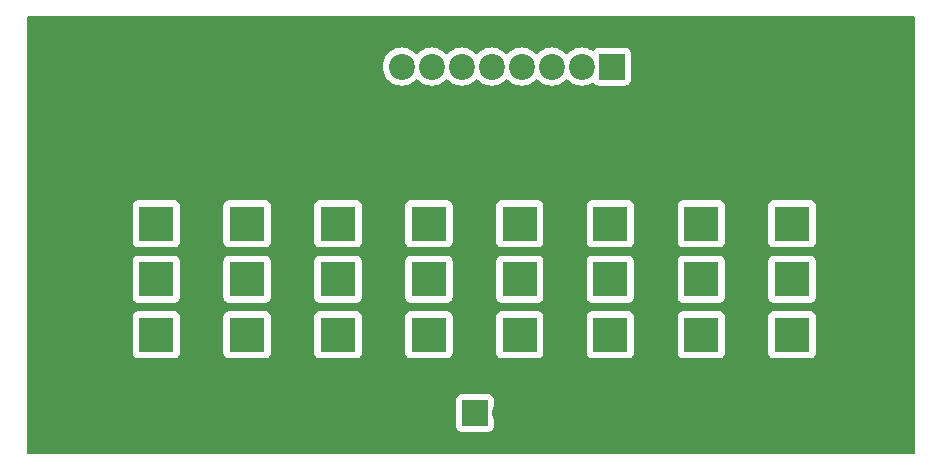
<source format=gbl>
G04 #@! TF.GenerationSoftware,KiCad,Pcbnew,(6.0.7)*
G04 #@! TF.CreationDate,2023-06-27T12:53:43-07:00*
G04 #@! TF.ProjectId,Power Supply Board Ground Systems,506f7765-7220-4537-9570-706c7920426f,rev?*
G04 #@! TF.SameCoordinates,Original*
G04 #@! TF.FileFunction,Copper,L2,Bot*
G04 #@! TF.FilePolarity,Positive*
%FSLAX46Y46*%
G04 Gerber Fmt 4.6, Leading zero omitted, Abs format (unit mm)*
G04 Created by KiCad (PCBNEW (6.0.7)) date 2023-06-27 12:53:43*
%MOMM*%
%LPD*%
G01*
G04 APERTURE LIST*
G04 #@! TA.AperFunction,ComponentPad*
%ADD10R,3.000000X3.000000*%
G04 #@! TD*
G04 #@! TA.AperFunction,ConnectorPad*
%ADD11C,6.400000*%
G04 #@! TD*
G04 #@! TA.AperFunction,ComponentPad*
%ADD12C,3.600000*%
G04 #@! TD*
G04 #@! TA.AperFunction,ComponentPad*
%ADD13R,2.200000X2.200000*%
G04 #@! TD*
G04 #@! TA.AperFunction,ComponentPad*
%ADD14C,2.200000*%
G04 #@! TD*
G04 #@! TA.AperFunction,ViaPad*
%ADD15C,0.800000*%
G04 #@! TD*
G04 APERTURE END LIST*
D10*
X44536342Y-43490000D03*
X44536342Y-48190000D03*
X44536342Y-52890000D03*
X75292110Y-43490000D03*
X75292110Y-48190000D03*
X75292110Y-52890000D03*
X52225284Y-43490000D03*
X52225284Y-48190000D03*
X52225284Y-52890000D03*
X36847400Y-43490000D03*
X36847400Y-48190000D03*
X36847400Y-52890000D03*
D11*
X96520000Y-57150000D03*
D12*
X96520000Y-57150000D03*
D13*
X75410000Y-30180000D03*
D14*
X72870000Y-30180000D03*
X70330000Y-30180000D03*
X67790000Y-30180000D03*
X65250000Y-30180000D03*
X62710000Y-30180000D03*
X60170000Y-30180000D03*
X57630000Y-30180000D03*
D13*
X63840000Y-59500000D03*
D14*
X66380000Y-59500000D03*
D12*
X30480000Y-57150000D03*
D11*
X30480000Y-57150000D03*
D10*
X90670000Y-43490000D03*
X90670000Y-48190000D03*
X90670000Y-52890000D03*
D11*
X96520000Y-31750000D03*
D12*
X96520000Y-31750000D03*
D10*
X82981052Y-43490000D03*
X82981052Y-48190000D03*
X82981052Y-52890000D03*
X67603168Y-43490000D03*
X67603168Y-48190000D03*
X67603168Y-52890000D03*
X59914226Y-43490000D03*
X59914226Y-48190000D03*
X59914226Y-52890000D03*
D11*
X30480000Y-31750000D03*
D12*
X30480000Y-31750000D03*
D15*
X44529084Y-34677200D03*
X54701252Y-59570000D03*
X75288484Y-34677200D03*
X52225284Y-34677200D03*
X83010084Y-34677200D03*
X59896084Y-34677200D03*
X67592284Y-34677200D03*
X36832884Y-34677200D03*
X90706284Y-34677200D03*
G04 #@! TA.AperFunction,Conductor*
G36*
X101033621Y-25928502D02*
G01*
X101080114Y-25982158D01*
X101091500Y-26034500D01*
X101091500Y-62865500D01*
X101071498Y-62933621D01*
X101017842Y-62980114D01*
X100965500Y-62991500D01*
X26034500Y-62991500D01*
X25966379Y-62971498D01*
X25919886Y-62917842D01*
X25908500Y-62865500D01*
X25908500Y-60648134D01*
X62231500Y-60648134D01*
X62238255Y-60710316D01*
X62289385Y-60846705D01*
X62376739Y-60963261D01*
X62493295Y-61050615D01*
X62629684Y-61101745D01*
X62691866Y-61108500D01*
X64988134Y-61108500D01*
X65050316Y-61101745D01*
X65186705Y-61050615D01*
X65303261Y-60963261D01*
X65390615Y-60846705D01*
X65441745Y-60710316D01*
X65448500Y-60648134D01*
X65448500Y-58351866D01*
X65441745Y-58289684D01*
X65390615Y-58153295D01*
X65303261Y-58036739D01*
X65186705Y-57949385D01*
X65050316Y-57898255D01*
X64988134Y-57891500D01*
X62691866Y-57891500D01*
X62629684Y-57898255D01*
X62493295Y-57949385D01*
X62376739Y-58036739D01*
X62289385Y-58153295D01*
X62238255Y-58289684D01*
X62231500Y-58351866D01*
X62231500Y-60648134D01*
X25908500Y-60648134D01*
X25908500Y-54438134D01*
X34838900Y-54438134D01*
X34845655Y-54500316D01*
X34896785Y-54636705D01*
X34984139Y-54753261D01*
X35100695Y-54840615D01*
X35237084Y-54891745D01*
X35299266Y-54898500D01*
X38395534Y-54898500D01*
X38457716Y-54891745D01*
X38594105Y-54840615D01*
X38710661Y-54753261D01*
X38798015Y-54636705D01*
X38849145Y-54500316D01*
X38855900Y-54438134D01*
X42527842Y-54438134D01*
X42534597Y-54500316D01*
X42585727Y-54636705D01*
X42673081Y-54753261D01*
X42789637Y-54840615D01*
X42926026Y-54891745D01*
X42988208Y-54898500D01*
X46084476Y-54898500D01*
X46146658Y-54891745D01*
X46283047Y-54840615D01*
X46399603Y-54753261D01*
X46486957Y-54636705D01*
X46538087Y-54500316D01*
X46544842Y-54438134D01*
X50216784Y-54438134D01*
X50223539Y-54500316D01*
X50274669Y-54636705D01*
X50362023Y-54753261D01*
X50478579Y-54840615D01*
X50614968Y-54891745D01*
X50677150Y-54898500D01*
X53773418Y-54898500D01*
X53835600Y-54891745D01*
X53971989Y-54840615D01*
X54088545Y-54753261D01*
X54175899Y-54636705D01*
X54227029Y-54500316D01*
X54233784Y-54438134D01*
X57905726Y-54438134D01*
X57912481Y-54500316D01*
X57963611Y-54636705D01*
X58050965Y-54753261D01*
X58167521Y-54840615D01*
X58303910Y-54891745D01*
X58366092Y-54898500D01*
X61462360Y-54898500D01*
X61524542Y-54891745D01*
X61660931Y-54840615D01*
X61777487Y-54753261D01*
X61864841Y-54636705D01*
X61915971Y-54500316D01*
X61922726Y-54438134D01*
X65594668Y-54438134D01*
X65601423Y-54500316D01*
X65652553Y-54636705D01*
X65739907Y-54753261D01*
X65856463Y-54840615D01*
X65992852Y-54891745D01*
X66055034Y-54898500D01*
X69151302Y-54898500D01*
X69213484Y-54891745D01*
X69349873Y-54840615D01*
X69466429Y-54753261D01*
X69553783Y-54636705D01*
X69604913Y-54500316D01*
X69611668Y-54438134D01*
X73283610Y-54438134D01*
X73290365Y-54500316D01*
X73341495Y-54636705D01*
X73428849Y-54753261D01*
X73545405Y-54840615D01*
X73681794Y-54891745D01*
X73743976Y-54898500D01*
X76840244Y-54898500D01*
X76902426Y-54891745D01*
X77038815Y-54840615D01*
X77155371Y-54753261D01*
X77242725Y-54636705D01*
X77293855Y-54500316D01*
X77300610Y-54438134D01*
X80972552Y-54438134D01*
X80979307Y-54500316D01*
X81030437Y-54636705D01*
X81117791Y-54753261D01*
X81234347Y-54840615D01*
X81370736Y-54891745D01*
X81432918Y-54898500D01*
X84529186Y-54898500D01*
X84591368Y-54891745D01*
X84727757Y-54840615D01*
X84844313Y-54753261D01*
X84931667Y-54636705D01*
X84982797Y-54500316D01*
X84989552Y-54438134D01*
X88661500Y-54438134D01*
X88668255Y-54500316D01*
X88719385Y-54636705D01*
X88806739Y-54753261D01*
X88923295Y-54840615D01*
X89059684Y-54891745D01*
X89121866Y-54898500D01*
X92218134Y-54898500D01*
X92280316Y-54891745D01*
X92416705Y-54840615D01*
X92533261Y-54753261D01*
X92620615Y-54636705D01*
X92671745Y-54500316D01*
X92678500Y-54438134D01*
X92678500Y-51341866D01*
X92671745Y-51279684D01*
X92620615Y-51143295D01*
X92533261Y-51026739D01*
X92416705Y-50939385D01*
X92280316Y-50888255D01*
X92218134Y-50881500D01*
X89121866Y-50881500D01*
X89059684Y-50888255D01*
X88923295Y-50939385D01*
X88806739Y-51026739D01*
X88719385Y-51143295D01*
X88668255Y-51279684D01*
X88661500Y-51341866D01*
X88661500Y-54438134D01*
X84989552Y-54438134D01*
X84989552Y-51341866D01*
X84982797Y-51279684D01*
X84931667Y-51143295D01*
X84844313Y-51026739D01*
X84727757Y-50939385D01*
X84591368Y-50888255D01*
X84529186Y-50881500D01*
X81432918Y-50881500D01*
X81370736Y-50888255D01*
X81234347Y-50939385D01*
X81117791Y-51026739D01*
X81030437Y-51143295D01*
X80979307Y-51279684D01*
X80972552Y-51341866D01*
X80972552Y-54438134D01*
X77300610Y-54438134D01*
X77300610Y-51341866D01*
X77293855Y-51279684D01*
X77242725Y-51143295D01*
X77155371Y-51026739D01*
X77038815Y-50939385D01*
X76902426Y-50888255D01*
X76840244Y-50881500D01*
X73743976Y-50881500D01*
X73681794Y-50888255D01*
X73545405Y-50939385D01*
X73428849Y-51026739D01*
X73341495Y-51143295D01*
X73290365Y-51279684D01*
X73283610Y-51341866D01*
X73283610Y-54438134D01*
X69611668Y-54438134D01*
X69611668Y-51341866D01*
X69604913Y-51279684D01*
X69553783Y-51143295D01*
X69466429Y-51026739D01*
X69349873Y-50939385D01*
X69213484Y-50888255D01*
X69151302Y-50881500D01*
X66055034Y-50881500D01*
X65992852Y-50888255D01*
X65856463Y-50939385D01*
X65739907Y-51026739D01*
X65652553Y-51143295D01*
X65601423Y-51279684D01*
X65594668Y-51341866D01*
X65594668Y-54438134D01*
X61922726Y-54438134D01*
X61922726Y-51341866D01*
X61915971Y-51279684D01*
X61864841Y-51143295D01*
X61777487Y-51026739D01*
X61660931Y-50939385D01*
X61524542Y-50888255D01*
X61462360Y-50881500D01*
X58366092Y-50881500D01*
X58303910Y-50888255D01*
X58167521Y-50939385D01*
X58050965Y-51026739D01*
X57963611Y-51143295D01*
X57912481Y-51279684D01*
X57905726Y-51341866D01*
X57905726Y-54438134D01*
X54233784Y-54438134D01*
X54233784Y-51341866D01*
X54227029Y-51279684D01*
X54175899Y-51143295D01*
X54088545Y-51026739D01*
X53971989Y-50939385D01*
X53835600Y-50888255D01*
X53773418Y-50881500D01*
X50677150Y-50881500D01*
X50614968Y-50888255D01*
X50478579Y-50939385D01*
X50362023Y-51026739D01*
X50274669Y-51143295D01*
X50223539Y-51279684D01*
X50216784Y-51341866D01*
X50216784Y-54438134D01*
X46544842Y-54438134D01*
X46544842Y-51341866D01*
X46538087Y-51279684D01*
X46486957Y-51143295D01*
X46399603Y-51026739D01*
X46283047Y-50939385D01*
X46146658Y-50888255D01*
X46084476Y-50881500D01*
X42988208Y-50881500D01*
X42926026Y-50888255D01*
X42789637Y-50939385D01*
X42673081Y-51026739D01*
X42585727Y-51143295D01*
X42534597Y-51279684D01*
X42527842Y-51341866D01*
X42527842Y-54438134D01*
X38855900Y-54438134D01*
X38855900Y-51341866D01*
X38849145Y-51279684D01*
X38798015Y-51143295D01*
X38710661Y-51026739D01*
X38594105Y-50939385D01*
X38457716Y-50888255D01*
X38395534Y-50881500D01*
X35299266Y-50881500D01*
X35237084Y-50888255D01*
X35100695Y-50939385D01*
X34984139Y-51026739D01*
X34896785Y-51143295D01*
X34845655Y-51279684D01*
X34838900Y-51341866D01*
X34838900Y-54438134D01*
X25908500Y-54438134D01*
X25908500Y-49738134D01*
X34838900Y-49738134D01*
X34845655Y-49800316D01*
X34896785Y-49936705D01*
X34984139Y-50053261D01*
X35100695Y-50140615D01*
X35237084Y-50191745D01*
X35299266Y-50198500D01*
X38395534Y-50198500D01*
X38457716Y-50191745D01*
X38594105Y-50140615D01*
X38710661Y-50053261D01*
X38798015Y-49936705D01*
X38849145Y-49800316D01*
X38855900Y-49738134D01*
X42527842Y-49738134D01*
X42534597Y-49800316D01*
X42585727Y-49936705D01*
X42673081Y-50053261D01*
X42789637Y-50140615D01*
X42926026Y-50191745D01*
X42988208Y-50198500D01*
X46084476Y-50198500D01*
X46146658Y-50191745D01*
X46283047Y-50140615D01*
X46399603Y-50053261D01*
X46486957Y-49936705D01*
X46538087Y-49800316D01*
X46544842Y-49738134D01*
X50216784Y-49738134D01*
X50223539Y-49800316D01*
X50274669Y-49936705D01*
X50362023Y-50053261D01*
X50478579Y-50140615D01*
X50614968Y-50191745D01*
X50677150Y-50198500D01*
X53773418Y-50198500D01*
X53835600Y-50191745D01*
X53971989Y-50140615D01*
X54088545Y-50053261D01*
X54175899Y-49936705D01*
X54227029Y-49800316D01*
X54233784Y-49738134D01*
X57905726Y-49738134D01*
X57912481Y-49800316D01*
X57963611Y-49936705D01*
X58050965Y-50053261D01*
X58167521Y-50140615D01*
X58303910Y-50191745D01*
X58366092Y-50198500D01*
X61462360Y-50198500D01*
X61524542Y-50191745D01*
X61660931Y-50140615D01*
X61777487Y-50053261D01*
X61864841Y-49936705D01*
X61915971Y-49800316D01*
X61922726Y-49738134D01*
X65594668Y-49738134D01*
X65601423Y-49800316D01*
X65652553Y-49936705D01*
X65739907Y-50053261D01*
X65856463Y-50140615D01*
X65992852Y-50191745D01*
X66055034Y-50198500D01*
X69151302Y-50198500D01*
X69213484Y-50191745D01*
X69349873Y-50140615D01*
X69466429Y-50053261D01*
X69553783Y-49936705D01*
X69604913Y-49800316D01*
X69611668Y-49738134D01*
X73283610Y-49738134D01*
X73290365Y-49800316D01*
X73341495Y-49936705D01*
X73428849Y-50053261D01*
X73545405Y-50140615D01*
X73681794Y-50191745D01*
X73743976Y-50198500D01*
X76840244Y-50198500D01*
X76902426Y-50191745D01*
X77038815Y-50140615D01*
X77155371Y-50053261D01*
X77242725Y-49936705D01*
X77293855Y-49800316D01*
X77300610Y-49738134D01*
X80972552Y-49738134D01*
X80979307Y-49800316D01*
X81030437Y-49936705D01*
X81117791Y-50053261D01*
X81234347Y-50140615D01*
X81370736Y-50191745D01*
X81432918Y-50198500D01*
X84529186Y-50198500D01*
X84591368Y-50191745D01*
X84727757Y-50140615D01*
X84844313Y-50053261D01*
X84931667Y-49936705D01*
X84982797Y-49800316D01*
X84989552Y-49738134D01*
X88661500Y-49738134D01*
X88668255Y-49800316D01*
X88719385Y-49936705D01*
X88806739Y-50053261D01*
X88923295Y-50140615D01*
X89059684Y-50191745D01*
X89121866Y-50198500D01*
X92218134Y-50198500D01*
X92280316Y-50191745D01*
X92416705Y-50140615D01*
X92533261Y-50053261D01*
X92620615Y-49936705D01*
X92671745Y-49800316D01*
X92678500Y-49738134D01*
X92678500Y-46641866D01*
X92671745Y-46579684D01*
X92620615Y-46443295D01*
X92533261Y-46326739D01*
X92416705Y-46239385D01*
X92280316Y-46188255D01*
X92218134Y-46181500D01*
X89121866Y-46181500D01*
X89059684Y-46188255D01*
X88923295Y-46239385D01*
X88806739Y-46326739D01*
X88719385Y-46443295D01*
X88668255Y-46579684D01*
X88661500Y-46641866D01*
X88661500Y-49738134D01*
X84989552Y-49738134D01*
X84989552Y-46641866D01*
X84982797Y-46579684D01*
X84931667Y-46443295D01*
X84844313Y-46326739D01*
X84727757Y-46239385D01*
X84591368Y-46188255D01*
X84529186Y-46181500D01*
X81432918Y-46181500D01*
X81370736Y-46188255D01*
X81234347Y-46239385D01*
X81117791Y-46326739D01*
X81030437Y-46443295D01*
X80979307Y-46579684D01*
X80972552Y-46641866D01*
X80972552Y-49738134D01*
X77300610Y-49738134D01*
X77300610Y-46641866D01*
X77293855Y-46579684D01*
X77242725Y-46443295D01*
X77155371Y-46326739D01*
X77038815Y-46239385D01*
X76902426Y-46188255D01*
X76840244Y-46181500D01*
X73743976Y-46181500D01*
X73681794Y-46188255D01*
X73545405Y-46239385D01*
X73428849Y-46326739D01*
X73341495Y-46443295D01*
X73290365Y-46579684D01*
X73283610Y-46641866D01*
X73283610Y-49738134D01*
X69611668Y-49738134D01*
X69611668Y-46641866D01*
X69604913Y-46579684D01*
X69553783Y-46443295D01*
X69466429Y-46326739D01*
X69349873Y-46239385D01*
X69213484Y-46188255D01*
X69151302Y-46181500D01*
X66055034Y-46181500D01*
X65992852Y-46188255D01*
X65856463Y-46239385D01*
X65739907Y-46326739D01*
X65652553Y-46443295D01*
X65601423Y-46579684D01*
X65594668Y-46641866D01*
X65594668Y-49738134D01*
X61922726Y-49738134D01*
X61922726Y-46641866D01*
X61915971Y-46579684D01*
X61864841Y-46443295D01*
X61777487Y-46326739D01*
X61660931Y-46239385D01*
X61524542Y-46188255D01*
X61462360Y-46181500D01*
X58366092Y-46181500D01*
X58303910Y-46188255D01*
X58167521Y-46239385D01*
X58050965Y-46326739D01*
X57963611Y-46443295D01*
X57912481Y-46579684D01*
X57905726Y-46641866D01*
X57905726Y-49738134D01*
X54233784Y-49738134D01*
X54233784Y-46641866D01*
X54227029Y-46579684D01*
X54175899Y-46443295D01*
X54088545Y-46326739D01*
X53971989Y-46239385D01*
X53835600Y-46188255D01*
X53773418Y-46181500D01*
X50677150Y-46181500D01*
X50614968Y-46188255D01*
X50478579Y-46239385D01*
X50362023Y-46326739D01*
X50274669Y-46443295D01*
X50223539Y-46579684D01*
X50216784Y-46641866D01*
X50216784Y-49738134D01*
X46544842Y-49738134D01*
X46544842Y-46641866D01*
X46538087Y-46579684D01*
X46486957Y-46443295D01*
X46399603Y-46326739D01*
X46283047Y-46239385D01*
X46146658Y-46188255D01*
X46084476Y-46181500D01*
X42988208Y-46181500D01*
X42926026Y-46188255D01*
X42789637Y-46239385D01*
X42673081Y-46326739D01*
X42585727Y-46443295D01*
X42534597Y-46579684D01*
X42527842Y-46641866D01*
X42527842Y-49738134D01*
X38855900Y-49738134D01*
X38855900Y-46641866D01*
X38849145Y-46579684D01*
X38798015Y-46443295D01*
X38710661Y-46326739D01*
X38594105Y-46239385D01*
X38457716Y-46188255D01*
X38395534Y-46181500D01*
X35299266Y-46181500D01*
X35237084Y-46188255D01*
X35100695Y-46239385D01*
X34984139Y-46326739D01*
X34896785Y-46443295D01*
X34845655Y-46579684D01*
X34838900Y-46641866D01*
X34838900Y-49738134D01*
X25908500Y-49738134D01*
X25908500Y-45038134D01*
X34838900Y-45038134D01*
X34845655Y-45100316D01*
X34896785Y-45236705D01*
X34984139Y-45353261D01*
X35100695Y-45440615D01*
X35237084Y-45491745D01*
X35299266Y-45498500D01*
X38395534Y-45498500D01*
X38457716Y-45491745D01*
X38594105Y-45440615D01*
X38710661Y-45353261D01*
X38798015Y-45236705D01*
X38849145Y-45100316D01*
X38855900Y-45038134D01*
X42527842Y-45038134D01*
X42534597Y-45100316D01*
X42585727Y-45236705D01*
X42673081Y-45353261D01*
X42789637Y-45440615D01*
X42926026Y-45491745D01*
X42988208Y-45498500D01*
X46084476Y-45498500D01*
X46146658Y-45491745D01*
X46283047Y-45440615D01*
X46399603Y-45353261D01*
X46486957Y-45236705D01*
X46538087Y-45100316D01*
X46544842Y-45038134D01*
X50216784Y-45038134D01*
X50223539Y-45100316D01*
X50274669Y-45236705D01*
X50362023Y-45353261D01*
X50478579Y-45440615D01*
X50614968Y-45491745D01*
X50677150Y-45498500D01*
X53773418Y-45498500D01*
X53835600Y-45491745D01*
X53971989Y-45440615D01*
X54088545Y-45353261D01*
X54175899Y-45236705D01*
X54227029Y-45100316D01*
X54233784Y-45038134D01*
X57905726Y-45038134D01*
X57912481Y-45100316D01*
X57963611Y-45236705D01*
X58050965Y-45353261D01*
X58167521Y-45440615D01*
X58303910Y-45491745D01*
X58366092Y-45498500D01*
X61462360Y-45498500D01*
X61524542Y-45491745D01*
X61660931Y-45440615D01*
X61777487Y-45353261D01*
X61864841Y-45236705D01*
X61915971Y-45100316D01*
X61922726Y-45038134D01*
X65594668Y-45038134D01*
X65601423Y-45100316D01*
X65652553Y-45236705D01*
X65739907Y-45353261D01*
X65856463Y-45440615D01*
X65992852Y-45491745D01*
X66055034Y-45498500D01*
X69151302Y-45498500D01*
X69213484Y-45491745D01*
X69349873Y-45440615D01*
X69466429Y-45353261D01*
X69553783Y-45236705D01*
X69604913Y-45100316D01*
X69611668Y-45038134D01*
X73283610Y-45038134D01*
X73290365Y-45100316D01*
X73341495Y-45236705D01*
X73428849Y-45353261D01*
X73545405Y-45440615D01*
X73681794Y-45491745D01*
X73743976Y-45498500D01*
X76840244Y-45498500D01*
X76902426Y-45491745D01*
X77038815Y-45440615D01*
X77155371Y-45353261D01*
X77242725Y-45236705D01*
X77293855Y-45100316D01*
X77300610Y-45038134D01*
X80972552Y-45038134D01*
X80979307Y-45100316D01*
X81030437Y-45236705D01*
X81117791Y-45353261D01*
X81234347Y-45440615D01*
X81370736Y-45491745D01*
X81432918Y-45498500D01*
X84529186Y-45498500D01*
X84591368Y-45491745D01*
X84727757Y-45440615D01*
X84844313Y-45353261D01*
X84931667Y-45236705D01*
X84982797Y-45100316D01*
X84989552Y-45038134D01*
X88661500Y-45038134D01*
X88668255Y-45100316D01*
X88719385Y-45236705D01*
X88806739Y-45353261D01*
X88923295Y-45440615D01*
X89059684Y-45491745D01*
X89121866Y-45498500D01*
X92218134Y-45498500D01*
X92280316Y-45491745D01*
X92416705Y-45440615D01*
X92533261Y-45353261D01*
X92620615Y-45236705D01*
X92671745Y-45100316D01*
X92678500Y-45038134D01*
X92678500Y-41941866D01*
X92671745Y-41879684D01*
X92620615Y-41743295D01*
X92533261Y-41626739D01*
X92416705Y-41539385D01*
X92280316Y-41488255D01*
X92218134Y-41481500D01*
X89121866Y-41481500D01*
X89059684Y-41488255D01*
X88923295Y-41539385D01*
X88806739Y-41626739D01*
X88719385Y-41743295D01*
X88668255Y-41879684D01*
X88661500Y-41941866D01*
X88661500Y-45038134D01*
X84989552Y-45038134D01*
X84989552Y-41941866D01*
X84982797Y-41879684D01*
X84931667Y-41743295D01*
X84844313Y-41626739D01*
X84727757Y-41539385D01*
X84591368Y-41488255D01*
X84529186Y-41481500D01*
X81432918Y-41481500D01*
X81370736Y-41488255D01*
X81234347Y-41539385D01*
X81117791Y-41626739D01*
X81030437Y-41743295D01*
X80979307Y-41879684D01*
X80972552Y-41941866D01*
X80972552Y-45038134D01*
X77300610Y-45038134D01*
X77300610Y-41941866D01*
X77293855Y-41879684D01*
X77242725Y-41743295D01*
X77155371Y-41626739D01*
X77038815Y-41539385D01*
X76902426Y-41488255D01*
X76840244Y-41481500D01*
X73743976Y-41481500D01*
X73681794Y-41488255D01*
X73545405Y-41539385D01*
X73428849Y-41626739D01*
X73341495Y-41743295D01*
X73290365Y-41879684D01*
X73283610Y-41941866D01*
X73283610Y-45038134D01*
X69611668Y-45038134D01*
X69611668Y-41941866D01*
X69604913Y-41879684D01*
X69553783Y-41743295D01*
X69466429Y-41626739D01*
X69349873Y-41539385D01*
X69213484Y-41488255D01*
X69151302Y-41481500D01*
X66055034Y-41481500D01*
X65992852Y-41488255D01*
X65856463Y-41539385D01*
X65739907Y-41626739D01*
X65652553Y-41743295D01*
X65601423Y-41879684D01*
X65594668Y-41941866D01*
X65594668Y-45038134D01*
X61922726Y-45038134D01*
X61922726Y-41941866D01*
X61915971Y-41879684D01*
X61864841Y-41743295D01*
X61777487Y-41626739D01*
X61660931Y-41539385D01*
X61524542Y-41488255D01*
X61462360Y-41481500D01*
X58366092Y-41481500D01*
X58303910Y-41488255D01*
X58167521Y-41539385D01*
X58050965Y-41626739D01*
X57963611Y-41743295D01*
X57912481Y-41879684D01*
X57905726Y-41941866D01*
X57905726Y-45038134D01*
X54233784Y-45038134D01*
X54233784Y-41941866D01*
X54227029Y-41879684D01*
X54175899Y-41743295D01*
X54088545Y-41626739D01*
X53971989Y-41539385D01*
X53835600Y-41488255D01*
X53773418Y-41481500D01*
X50677150Y-41481500D01*
X50614968Y-41488255D01*
X50478579Y-41539385D01*
X50362023Y-41626739D01*
X50274669Y-41743295D01*
X50223539Y-41879684D01*
X50216784Y-41941866D01*
X50216784Y-45038134D01*
X46544842Y-45038134D01*
X46544842Y-41941866D01*
X46538087Y-41879684D01*
X46486957Y-41743295D01*
X46399603Y-41626739D01*
X46283047Y-41539385D01*
X46146658Y-41488255D01*
X46084476Y-41481500D01*
X42988208Y-41481500D01*
X42926026Y-41488255D01*
X42789637Y-41539385D01*
X42673081Y-41626739D01*
X42585727Y-41743295D01*
X42534597Y-41879684D01*
X42527842Y-41941866D01*
X42527842Y-45038134D01*
X38855900Y-45038134D01*
X38855900Y-41941866D01*
X38849145Y-41879684D01*
X38798015Y-41743295D01*
X38710661Y-41626739D01*
X38594105Y-41539385D01*
X38457716Y-41488255D01*
X38395534Y-41481500D01*
X35299266Y-41481500D01*
X35237084Y-41488255D01*
X35100695Y-41539385D01*
X34984139Y-41626739D01*
X34896785Y-41743295D01*
X34845655Y-41879684D01*
X34838900Y-41941866D01*
X34838900Y-45038134D01*
X25908500Y-45038134D01*
X25908500Y-30180000D01*
X56016526Y-30180000D01*
X56036391Y-30432403D01*
X56095495Y-30678591D01*
X56192384Y-30912502D01*
X56324672Y-31128376D01*
X56489102Y-31320898D01*
X56681624Y-31485328D01*
X56897498Y-31617616D01*
X56902068Y-31619509D01*
X56902072Y-31619511D01*
X56972401Y-31648642D01*
X57131409Y-31714505D01*
X57198513Y-31730615D01*
X57372784Y-31772454D01*
X57372790Y-31772455D01*
X57377597Y-31773609D01*
X57630000Y-31793474D01*
X57882403Y-31773609D01*
X57887210Y-31772455D01*
X57887216Y-31772454D01*
X58061487Y-31730615D01*
X58128591Y-31714505D01*
X58287599Y-31648642D01*
X58357928Y-31619511D01*
X58357932Y-31619509D01*
X58362502Y-31617616D01*
X58578376Y-31485328D01*
X58770898Y-31320898D01*
X58774106Y-31317142D01*
X58774113Y-31317135D01*
X58804190Y-31281920D01*
X58863641Y-31243111D01*
X58934635Y-31242605D01*
X58995810Y-31281920D01*
X59025887Y-31317135D01*
X59025894Y-31317142D01*
X59029102Y-31320898D01*
X59221624Y-31485328D01*
X59437498Y-31617616D01*
X59442068Y-31619509D01*
X59442072Y-31619511D01*
X59512401Y-31648642D01*
X59671409Y-31714505D01*
X59738513Y-31730615D01*
X59912784Y-31772454D01*
X59912790Y-31772455D01*
X59917597Y-31773609D01*
X60170000Y-31793474D01*
X60422403Y-31773609D01*
X60427210Y-31772455D01*
X60427216Y-31772454D01*
X60601487Y-31730615D01*
X60668591Y-31714505D01*
X60827599Y-31648642D01*
X60897928Y-31619511D01*
X60897932Y-31619509D01*
X60902502Y-31617616D01*
X61118376Y-31485328D01*
X61310898Y-31320898D01*
X61314106Y-31317142D01*
X61314113Y-31317135D01*
X61344190Y-31281920D01*
X61403641Y-31243111D01*
X61474635Y-31242605D01*
X61535810Y-31281920D01*
X61565887Y-31317135D01*
X61565894Y-31317142D01*
X61569102Y-31320898D01*
X61761624Y-31485328D01*
X61977498Y-31617616D01*
X61982068Y-31619509D01*
X61982072Y-31619511D01*
X62052401Y-31648642D01*
X62211409Y-31714505D01*
X62278513Y-31730615D01*
X62452784Y-31772454D01*
X62452790Y-31772455D01*
X62457597Y-31773609D01*
X62710000Y-31793474D01*
X62962403Y-31773609D01*
X62967210Y-31772455D01*
X62967216Y-31772454D01*
X63141487Y-31730615D01*
X63208591Y-31714505D01*
X63367599Y-31648642D01*
X63437928Y-31619511D01*
X63437932Y-31619509D01*
X63442502Y-31617616D01*
X63658376Y-31485328D01*
X63850898Y-31320898D01*
X63854106Y-31317142D01*
X63854113Y-31317135D01*
X63884190Y-31281920D01*
X63943641Y-31243111D01*
X64014635Y-31242605D01*
X64075810Y-31281920D01*
X64105887Y-31317135D01*
X64105894Y-31317142D01*
X64109102Y-31320898D01*
X64301624Y-31485328D01*
X64517498Y-31617616D01*
X64522068Y-31619509D01*
X64522072Y-31619511D01*
X64592401Y-31648642D01*
X64751409Y-31714505D01*
X64818513Y-31730615D01*
X64992784Y-31772454D01*
X64992790Y-31772455D01*
X64997597Y-31773609D01*
X65250000Y-31793474D01*
X65502403Y-31773609D01*
X65507210Y-31772455D01*
X65507216Y-31772454D01*
X65681487Y-31730615D01*
X65748591Y-31714505D01*
X65907599Y-31648642D01*
X65977928Y-31619511D01*
X65977932Y-31619509D01*
X65982502Y-31617616D01*
X66198376Y-31485328D01*
X66390898Y-31320898D01*
X66394106Y-31317142D01*
X66394113Y-31317135D01*
X66424190Y-31281920D01*
X66483641Y-31243111D01*
X66554635Y-31242605D01*
X66615810Y-31281920D01*
X66645887Y-31317135D01*
X66645894Y-31317142D01*
X66649102Y-31320898D01*
X66841624Y-31485328D01*
X67057498Y-31617616D01*
X67062068Y-31619509D01*
X67062072Y-31619511D01*
X67132401Y-31648642D01*
X67291409Y-31714505D01*
X67358513Y-31730615D01*
X67532784Y-31772454D01*
X67532790Y-31772455D01*
X67537597Y-31773609D01*
X67790000Y-31793474D01*
X68042403Y-31773609D01*
X68047210Y-31772455D01*
X68047216Y-31772454D01*
X68221487Y-31730615D01*
X68288591Y-31714505D01*
X68447599Y-31648642D01*
X68517928Y-31619511D01*
X68517932Y-31619509D01*
X68522502Y-31617616D01*
X68738376Y-31485328D01*
X68930898Y-31320898D01*
X68934106Y-31317142D01*
X68934113Y-31317135D01*
X68964190Y-31281920D01*
X69023641Y-31243111D01*
X69094635Y-31242605D01*
X69155810Y-31281920D01*
X69185887Y-31317135D01*
X69185894Y-31317142D01*
X69189102Y-31320898D01*
X69381624Y-31485328D01*
X69597498Y-31617616D01*
X69602068Y-31619509D01*
X69602072Y-31619511D01*
X69672401Y-31648642D01*
X69831409Y-31714505D01*
X69898513Y-31730615D01*
X70072784Y-31772454D01*
X70072790Y-31772455D01*
X70077597Y-31773609D01*
X70330000Y-31793474D01*
X70582403Y-31773609D01*
X70587210Y-31772455D01*
X70587216Y-31772454D01*
X70761487Y-31730615D01*
X70828591Y-31714505D01*
X70987599Y-31648642D01*
X71057928Y-31619511D01*
X71057932Y-31619509D01*
X71062502Y-31617616D01*
X71278376Y-31485328D01*
X71470898Y-31320898D01*
X71474106Y-31317142D01*
X71474113Y-31317135D01*
X71504190Y-31281920D01*
X71563641Y-31243111D01*
X71634635Y-31242605D01*
X71695810Y-31281920D01*
X71725887Y-31317135D01*
X71725894Y-31317142D01*
X71729102Y-31320898D01*
X71921624Y-31485328D01*
X72137498Y-31617616D01*
X72142068Y-31619509D01*
X72142072Y-31619511D01*
X72212401Y-31648642D01*
X72371409Y-31714505D01*
X72438513Y-31730615D01*
X72612784Y-31772454D01*
X72612790Y-31772455D01*
X72617597Y-31773609D01*
X72870000Y-31793474D01*
X73122403Y-31773609D01*
X73127210Y-31772455D01*
X73127216Y-31772454D01*
X73301487Y-31730615D01*
X73368591Y-31714505D01*
X73527599Y-31648642D01*
X73597928Y-31619511D01*
X73597932Y-31619509D01*
X73602502Y-31617616D01*
X73727386Y-31541087D01*
X73795920Y-31522549D01*
X73863596Y-31544005D01*
X73894046Y-31572953D01*
X73946739Y-31643261D01*
X74063295Y-31730615D01*
X74199684Y-31781745D01*
X74261866Y-31788500D01*
X76558134Y-31788500D01*
X76620316Y-31781745D01*
X76756705Y-31730615D01*
X76873261Y-31643261D01*
X76960615Y-31526705D01*
X77011745Y-31390316D01*
X77018500Y-31328134D01*
X77018500Y-29031866D01*
X77011745Y-28969684D01*
X76960615Y-28833295D01*
X76873261Y-28716739D01*
X76756705Y-28629385D01*
X76620316Y-28578255D01*
X76558134Y-28571500D01*
X74261866Y-28571500D01*
X74199684Y-28578255D01*
X74063295Y-28629385D01*
X73946739Y-28716739D01*
X73894047Y-28787046D01*
X73837187Y-28829560D01*
X73766369Y-28834585D01*
X73727386Y-28818913D01*
X73606722Y-28744970D01*
X73602502Y-28742384D01*
X73597932Y-28740491D01*
X73597928Y-28740489D01*
X73373164Y-28647389D01*
X73373162Y-28647388D01*
X73368591Y-28645495D01*
X73283968Y-28625179D01*
X73127216Y-28587546D01*
X73127210Y-28587545D01*
X73122403Y-28586391D01*
X72870000Y-28566526D01*
X72617597Y-28586391D01*
X72612790Y-28587545D01*
X72612784Y-28587546D01*
X72456032Y-28625179D01*
X72371409Y-28645495D01*
X72366838Y-28647388D01*
X72366836Y-28647389D01*
X72142072Y-28740489D01*
X72142068Y-28740491D01*
X72137498Y-28742384D01*
X71921624Y-28874672D01*
X71729102Y-29039102D01*
X71725894Y-29042858D01*
X71725887Y-29042865D01*
X71695810Y-29078080D01*
X71636359Y-29116889D01*
X71565365Y-29117395D01*
X71504190Y-29078080D01*
X71474113Y-29042865D01*
X71474106Y-29042858D01*
X71470898Y-29039102D01*
X71278376Y-28874672D01*
X71062502Y-28742384D01*
X71057932Y-28740491D01*
X71057928Y-28740489D01*
X70833164Y-28647389D01*
X70833162Y-28647388D01*
X70828591Y-28645495D01*
X70743968Y-28625179D01*
X70587216Y-28587546D01*
X70587210Y-28587545D01*
X70582403Y-28586391D01*
X70330000Y-28566526D01*
X70077597Y-28586391D01*
X70072790Y-28587545D01*
X70072784Y-28587546D01*
X69916032Y-28625179D01*
X69831409Y-28645495D01*
X69826838Y-28647388D01*
X69826836Y-28647389D01*
X69602072Y-28740489D01*
X69602068Y-28740491D01*
X69597498Y-28742384D01*
X69381624Y-28874672D01*
X69189102Y-29039102D01*
X69185894Y-29042858D01*
X69185887Y-29042865D01*
X69155810Y-29078080D01*
X69096359Y-29116889D01*
X69025365Y-29117395D01*
X68964190Y-29078080D01*
X68934113Y-29042865D01*
X68934106Y-29042858D01*
X68930898Y-29039102D01*
X68738376Y-28874672D01*
X68522502Y-28742384D01*
X68517932Y-28740491D01*
X68517928Y-28740489D01*
X68293164Y-28647389D01*
X68293162Y-28647388D01*
X68288591Y-28645495D01*
X68203968Y-28625179D01*
X68047216Y-28587546D01*
X68047210Y-28587545D01*
X68042403Y-28586391D01*
X67790000Y-28566526D01*
X67537597Y-28586391D01*
X67532790Y-28587545D01*
X67532784Y-28587546D01*
X67376032Y-28625179D01*
X67291409Y-28645495D01*
X67286838Y-28647388D01*
X67286836Y-28647389D01*
X67062072Y-28740489D01*
X67062068Y-28740491D01*
X67057498Y-28742384D01*
X66841624Y-28874672D01*
X66649102Y-29039102D01*
X66645894Y-29042858D01*
X66645887Y-29042865D01*
X66615810Y-29078080D01*
X66556359Y-29116889D01*
X66485365Y-29117395D01*
X66424190Y-29078080D01*
X66394113Y-29042865D01*
X66394106Y-29042858D01*
X66390898Y-29039102D01*
X66198376Y-28874672D01*
X65982502Y-28742384D01*
X65977932Y-28740491D01*
X65977928Y-28740489D01*
X65753164Y-28647389D01*
X65753162Y-28647388D01*
X65748591Y-28645495D01*
X65663968Y-28625179D01*
X65507216Y-28587546D01*
X65507210Y-28587545D01*
X65502403Y-28586391D01*
X65250000Y-28566526D01*
X64997597Y-28586391D01*
X64992790Y-28587545D01*
X64992784Y-28587546D01*
X64836032Y-28625179D01*
X64751409Y-28645495D01*
X64746838Y-28647388D01*
X64746836Y-28647389D01*
X64522072Y-28740489D01*
X64522068Y-28740491D01*
X64517498Y-28742384D01*
X64301624Y-28874672D01*
X64109102Y-29039102D01*
X64105894Y-29042858D01*
X64105887Y-29042865D01*
X64075810Y-29078080D01*
X64016359Y-29116889D01*
X63945365Y-29117395D01*
X63884190Y-29078080D01*
X63854113Y-29042865D01*
X63854106Y-29042858D01*
X63850898Y-29039102D01*
X63658376Y-28874672D01*
X63442502Y-28742384D01*
X63437932Y-28740491D01*
X63437928Y-28740489D01*
X63213164Y-28647389D01*
X63213162Y-28647388D01*
X63208591Y-28645495D01*
X63123968Y-28625179D01*
X62967216Y-28587546D01*
X62967210Y-28587545D01*
X62962403Y-28586391D01*
X62710000Y-28566526D01*
X62457597Y-28586391D01*
X62452790Y-28587545D01*
X62452784Y-28587546D01*
X62296032Y-28625179D01*
X62211409Y-28645495D01*
X62206838Y-28647388D01*
X62206836Y-28647389D01*
X61982072Y-28740489D01*
X61982068Y-28740491D01*
X61977498Y-28742384D01*
X61761624Y-28874672D01*
X61569102Y-29039102D01*
X61565894Y-29042858D01*
X61565887Y-29042865D01*
X61535810Y-29078080D01*
X61476359Y-29116889D01*
X61405365Y-29117395D01*
X61344190Y-29078080D01*
X61314113Y-29042865D01*
X61314106Y-29042858D01*
X61310898Y-29039102D01*
X61118376Y-28874672D01*
X60902502Y-28742384D01*
X60897932Y-28740491D01*
X60897928Y-28740489D01*
X60673164Y-28647389D01*
X60673162Y-28647388D01*
X60668591Y-28645495D01*
X60583968Y-28625179D01*
X60427216Y-28587546D01*
X60427210Y-28587545D01*
X60422403Y-28586391D01*
X60170000Y-28566526D01*
X59917597Y-28586391D01*
X59912790Y-28587545D01*
X59912784Y-28587546D01*
X59756032Y-28625179D01*
X59671409Y-28645495D01*
X59666838Y-28647388D01*
X59666836Y-28647389D01*
X59442072Y-28740489D01*
X59442068Y-28740491D01*
X59437498Y-28742384D01*
X59221624Y-28874672D01*
X59029102Y-29039102D01*
X59025894Y-29042858D01*
X59025887Y-29042865D01*
X58995810Y-29078080D01*
X58936359Y-29116889D01*
X58865365Y-29117395D01*
X58804190Y-29078080D01*
X58774113Y-29042865D01*
X58774106Y-29042858D01*
X58770898Y-29039102D01*
X58578376Y-28874672D01*
X58362502Y-28742384D01*
X58357932Y-28740491D01*
X58357928Y-28740489D01*
X58133164Y-28647389D01*
X58133162Y-28647388D01*
X58128591Y-28645495D01*
X58043968Y-28625179D01*
X57887216Y-28587546D01*
X57887210Y-28587545D01*
X57882403Y-28586391D01*
X57630000Y-28566526D01*
X57377597Y-28586391D01*
X57372790Y-28587545D01*
X57372784Y-28587546D01*
X57216032Y-28625179D01*
X57131409Y-28645495D01*
X57126838Y-28647388D01*
X57126836Y-28647389D01*
X56902072Y-28740489D01*
X56902068Y-28740491D01*
X56897498Y-28742384D01*
X56681624Y-28874672D01*
X56489102Y-29039102D01*
X56324672Y-29231624D01*
X56192384Y-29447498D01*
X56095495Y-29681409D01*
X56036391Y-29927597D01*
X56016526Y-30180000D01*
X25908500Y-30180000D01*
X25908500Y-26034500D01*
X25928502Y-25966379D01*
X25982158Y-25919886D01*
X26034500Y-25908500D01*
X100965500Y-25908500D01*
X101033621Y-25928502D01*
G37*
G04 #@! TD.AperFunction*
M02*

</source>
